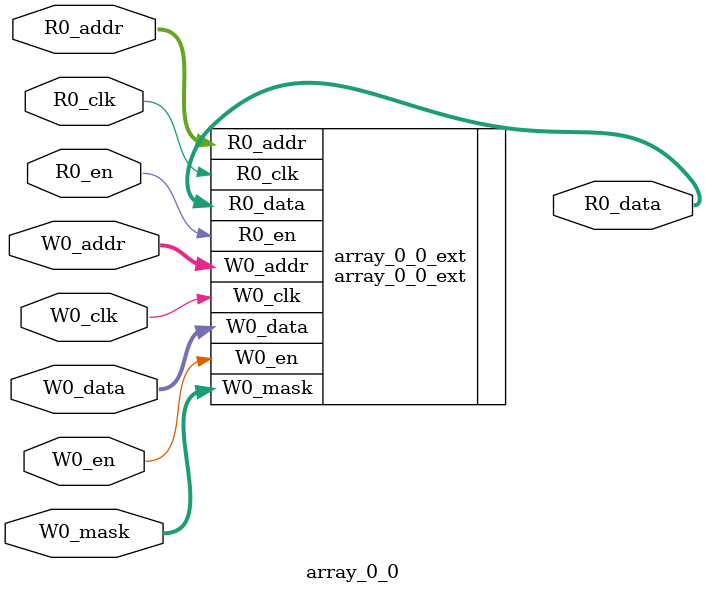
<source format=sv>
`ifndef RANDOMIZE
  `ifdef RANDOMIZE_REG_INIT
    `define RANDOMIZE
  `endif // RANDOMIZE_REG_INIT
`endif // not def RANDOMIZE
`ifndef RANDOMIZE
  `ifdef RANDOMIZE_MEM_INIT
    `define RANDOMIZE
  `endif // RANDOMIZE_MEM_INIT
`endif // not def RANDOMIZE

`ifndef RANDOM
  `define RANDOM $random
`endif // not def RANDOM

// Users can define 'PRINTF_COND' to add an extra gate to prints.
`ifndef PRINTF_COND_
  `ifdef PRINTF_COND
    `define PRINTF_COND_ (`PRINTF_COND)
  `else  // PRINTF_COND
    `define PRINTF_COND_ 1
  `endif // PRINTF_COND
`endif // not def PRINTF_COND_

// Users can define 'ASSERT_VERBOSE_COND' to add an extra gate to assert error printing.
`ifndef ASSERT_VERBOSE_COND_
  `ifdef ASSERT_VERBOSE_COND
    `define ASSERT_VERBOSE_COND_ (`ASSERT_VERBOSE_COND)
  `else  // ASSERT_VERBOSE_COND
    `define ASSERT_VERBOSE_COND_ 1
  `endif // ASSERT_VERBOSE_COND
`endif // not def ASSERT_VERBOSE_COND_

// Users can define 'STOP_COND' to add an extra gate to stop conditions.
`ifndef STOP_COND_
  `ifdef STOP_COND
    `define STOP_COND_ (`STOP_COND)
  `else  // STOP_COND
    `define STOP_COND_ 1
  `endif // STOP_COND
`endif // not def STOP_COND_

// Users can define INIT_RANDOM as general code that gets injected into the
// initializer block for modules with registers.
`ifndef INIT_RANDOM
  `define INIT_RANDOM
`endif // not def INIT_RANDOM

// If using random initialization, you can also define RANDOMIZE_DELAY to
// customize the delay used, otherwise 0.002 is used.
`ifndef RANDOMIZE_DELAY
  `define RANDOMIZE_DELAY 0.002
`endif // not def RANDOMIZE_DELAY

// Define INIT_RANDOM_PROLOG_ for use in our modules below.
`ifndef INIT_RANDOM_PROLOG_
  `ifdef RANDOMIZE
    `ifdef VERILATOR
      `define INIT_RANDOM_PROLOG_ `INIT_RANDOM
    `else  // VERILATOR
      `define INIT_RANDOM_PROLOG_ `INIT_RANDOM #`RANDOMIZE_DELAY begin end
    `endif // VERILATOR
  `else  // RANDOMIZE
    `define INIT_RANDOM_PROLOG_
  `endif // RANDOMIZE
`endif // not def INIT_RANDOM_PROLOG_

module array_0_0(	// @[DescribedSRAM.scala:17:26]
  input  [7:0]   R0_addr,
  input          R0_en,
                 R0_clk,
  input  [7:0]   W0_addr,
  input          W0_en,
                 W0_clk,
  input  [127:0] W0_data,
  input  [1:0]   W0_mask,
  output [127:0] R0_data
);

  array_0_0_ext array_0_0_ext (	// @[DescribedSRAM.scala:17:26]
    .R0_addr (R0_addr),
    .R0_en   (R0_en),
    .R0_clk  (R0_clk),
    .W0_addr (W0_addr),
    .W0_en   (W0_en),
    .W0_clk  (W0_clk),
    .W0_data (W0_data),
    .W0_mask (W0_mask),
    .R0_data (R0_data)
  );
endmodule


</source>
